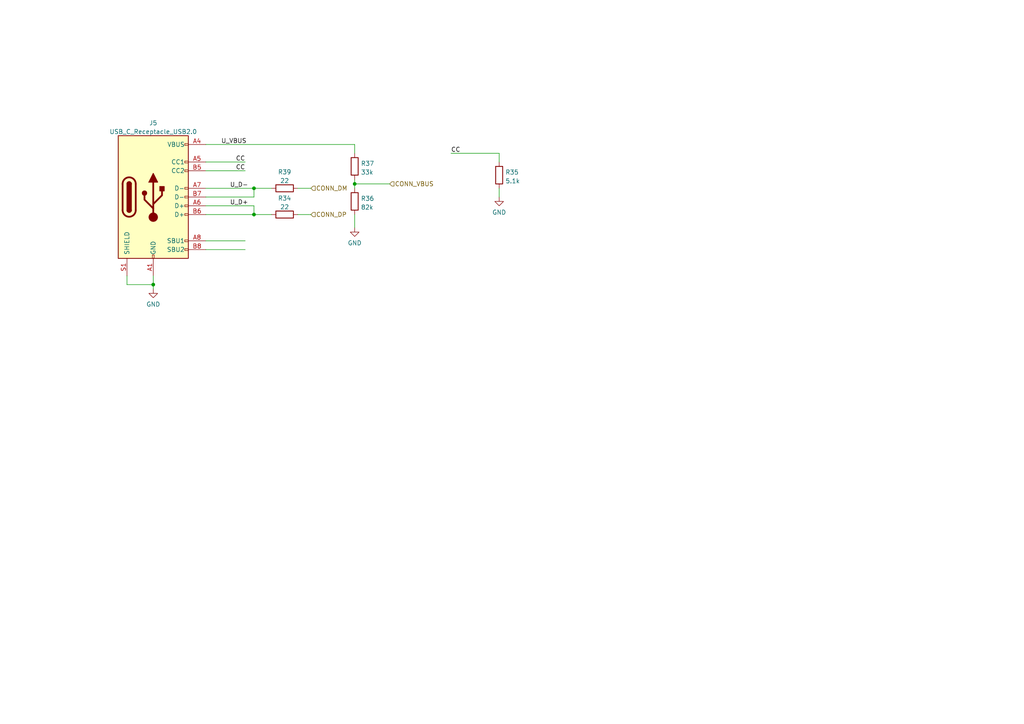
<source format=kicad_sch>
(kicad_sch (version 20211123) (generator eeschema)
  (paper "A4")
  (lib_symbols
    (symbol "Connector:USB_C_Receptacle_USB2.0" (pin_names (offset 1.016))
      (property "Reference" "J" (at -10.16 19.05 0))
      (property "Value" "USB_C_Receptacle_USB2.0" (at 19.05 19.05 0))
      (symbol "USB_C_Receptacle_USB2.0_0_0"
        (rectangle (start -0.254 -17.78) (end 0.254 -16.764))
        (rectangle (start 10.16 -14.986) (end 9.144 -15.494))
        (rectangle (start 10.16 -12.446) (end 9.144 -12.954))
        (rectangle (start 10.16 -4.826) (end 9.144 -5.334))
        (rectangle (start 10.16 -2.286) (end 9.144 -2.794))
        (rectangle (start 10.16 0.254) (end 9.144 -0.254))
        (rectangle (start 10.16 2.794) (end 9.144 2.286))
        (rectangle (start 10.16 7.874) (end 9.144 7.366))
        (rectangle (start 10.16 10.414) (end 9.144 9.906))
        (rectangle (start 10.16 15.494) (end 9.144 14.986))
      )
      (symbol "USB_C_Receptacle_USB2.0_0_1"
        (rectangle (start -10.16 17.78) (end 10.16 -17.78) (stroke (width 0.254)) (fill (type background)))
        (arc (start -8.89 -3.81) (mid -6.985 -5.715) (end -5.08 -3.81) (stroke (width 0.508)))
        (arc (start -7.62 -3.81) (mid -6.985 -4.445) (end -6.35 -3.81) (stroke (width 0.254)))
        (arc (start -7.62 -3.81) (mid -6.985 -4.445) (end -6.35 -3.81) (stroke (width 0.254)) (fill (type outline)))
        (rectangle (start -7.62 -3.81) (end -6.35 3.81) (stroke (width 0.254)) (fill (type outline)))
        (arc (start -6.35 3.81) (mid -6.985 4.445) (end -7.62 3.81) (stroke (width 0.254)))
        (arc (start -6.35 3.81) (mid -6.985 4.445) (end -7.62 3.81) (stroke (width 0.254)) (fill (type outline)))
        (arc (start -5.08 3.81) (mid -6.985 5.715) (end -8.89 3.81) (stroke (width 0.508)))
        (circle (center -2.54 1.143) (radius 0.635) (stroke (width 0.254)) (fill (type outline)))
        (circle (center 0 -5.842) (radius 1.27) (fill (type outline)))
        (polyline (pts (xy -8.89 -3.81) (xy -8.89 3.81)) (stroke (width 0.508)))
        (polyline (pts (xy -5.08 3.81) (xy -5.08 -3.81)) (stroke (width 0.508)))
        (polyline (pts (xy 0 -5.842) (xy 0 4.318)) (stroke (width 0.508)))
        (polyline (pts (xy 0 -3.302) (xy -2.54 -0.762) (xy -2.54 0.508)) (stroke (width 0.508)))
        (polyline (pts (xy 0 -2.032) (xy 2.54 0.508) (xy 2.54 1.778)) (stroke (width 0.508)))
        (polyline (pts (xy -1.27 4.318) (xy 0 6.858) (xy 1.27 4.318) (xy -1.27 4.318)) (stroke (width 0.254)) (fill (type outline)))
        (rectangle (start 1.905 1.778) (end 3.175 3.048) (stroke (width 0.254)) (fill (type outline)))
      )
      (symbol "USB_C_Receptacle_USB2.0_1_1"
        (pin passive line (at 0 -22.86 90) (length 5.08) (name "GND") (number "A1"))
        (pin passive line (at 0 -22.86 90) (length 5.08) hide (name "GND") (number "A12"))
        (pin passive line (at 15.24 15.24 180) (length 5.08) (name "VBUS") (number "A4"))
        (pin bidirectional line (at 15.24 10.16 180) (length 5.08) (name "CC1") (number "A5"))
        (pin bidirectional line (at 15.24 -2.54 180) (length 5.08) (name "D+") (number "A6"))
        (pin bidirectional line (at 15.24 2.54 180) (length 5.08) (name "D-") (number "A7"))
        (pin bidirectional line (at 15.24 -12.7 180) (length 5.08) (name "SBU1") (number "A8"))
        (pin passive line (at 15.24 15.24 180) (length 5.08) hide (name "VBUS") (number "A9"))
        (pin passive line (at 0 -22.86 90) (length 5.08) hide (name "GND") (number "B1"))
        (pin passive line (at 0 -22.86 90) (length 5.08) hide (name "GND") (number "B12"))
        (pin passive line (at 15.24 15.24 180) (length 5.08) hide (name "VBUS") (number "B4"))
        (pin bidirectional line (at 15.24 7.62 180) (length 5.08) (name "CC2") (number "B5"))
        (pin bidirectional line (at 15.24 -5.08 180) (length 5.08) (name "D+") (number "B6"))
        (pin bidirectional line (at 15.24 0 180) (length 5.08) (name "D-") (number "B7"))
        (pin bidirectional line (at 15.24 -15.24 180) (length 5.08) (name "SBU2") (number "B8"))
        (pin passive line (at 15.24 15.24 180) (length 5.08) hide (name "VBUS") (number "B9"))
        (pin passive line (at -7.62 -22.86 90) (length 5.08) (name "SHIELD") (number "S1"))
      )
    )
    (symbol "Device:R" (pin_numbers hide) (pin_names (offset 0))
      (property "Reference" "R" (at 2.032 0 90))
      (property "Value" "R" (at 0 0 90))
      (symbol "R_0_1"
        (rectangle (start -1.016 -2.54) (end 1.016 2.54) (stroke (width 0.254)))
      )
      (symbol "R_1_1"
        (pin passive line (at 0 3.81 270) (length 1.27) (name "~") (number "1"))
        (pin passive line (at 0 -3.81 90) (length 1.27) (name "~") (number "2"))
      )
    )
    (symbol "power:GND" (power) (pin_names (offset 0))
      (property "Value" "GND" (at 0 -3.81 0))
      (symbol "GND_0_1"
        (polyline (pts (xy 0 0) (xy 0 -1.27) (xy 1.27 -1.27) (xy 0 -2.54) (xy -1.27 -1.27) (xy 0 -1.27)))
      )
      (symbol "GND_1_1"
        (pin power_in line (at 0 0 270) (length 0) hide (name "GND") (number "1"))
      )
    )
  )
  (junction (at 73.66 62.23))
  (junction (at 44.45 82.55))
  (junction (at 73.66 54.61))
  (junction (at 102.87 53.34))
  (wire (pts (xy 102.87 53.34) (xy 113.03 53.34)))
  (wire (pts (xy 59.69 62.23) (xy 73.66 62.23)))
  (wire (pts (xy 59.69 46.99) (xy 71.12 46.99)))
  (wire (pts (xy 44.45 82.55) (xy 44.45 83.82)))
  (wire (pts (xy 86.36 62.23) (xy 90.17 62.23)))
  (wire (pts (xy 86.36 54.61) (xy 90.17 54.61)))
  (wire (pts (xy 102.87 62.23) (xy 102.87 66.04)))
  (wire (pts (xy 36.83 82.55) (xy 44.45 82.55)))
  (wire (pts (xy 73.66 57.15) (xy 73.66 54.61)))
  (wire (pts (xy 59.69 72.39) (xy 71.12 72.39)))
  (wire (pts (xy 102.87 52.07) (xy 102.87 53.34)))
  (wire (pts (xy 36.83 80.01) (xy 36.83 82.55)))
  (wire (pts (xy 102.87 41.91) (xy 102.87 44.45)))
  (wire (pts (xy 102.87 53.34) (xy 102.87 54.61)))
  (wire (pts (xy 59.69 54.61) (xy 73.66 54.61)))
  (wire (pts (xy 144.78 54.61) (xy 144.78 57.15)))
  (wire (pts (xy 59.69 59.69) (xy 73.66 59.69)))
  (wire (pts (xy 59.69 69.85) (xy 71.12 69.85)))
  (wire (pts (xy 73.66 59.69) (xy 73.66 62.23)))
  (wire (pts (xy 59.69 41.91) (xy 102.87 41.91)))
  (wire (pts (xy 59.69 49.53) (xy 71.12 49.53)))
  (wire (pts (xy 44.45 80.01) (xy 44.45 82.55)))
  (wire (pts (xy 130.81 44.45) (xy 144.78 44.45)))
  (wire (pts (xy 144.78 44.45) (xy 144.78 46.99)))
  (wire (pts (xy 73.66 54.61) (xy 78.74 54.61)))
  (wire (pts (xy 59.69 57.15) (xy 73.66 57.15)))
  (wire (pts (xy 73.66 62.23) (xy 78.74 62.23)))
  (label "U_VBUS" (at 64.135 41.91 0))
  (label "CC" (at 71.12 46.99 180))
  (label "U_D-" (at 66.675 54.61 0))
  (label "U_D+" (at 66.675 59.69 0))
  (label "CC" (at 130.81 44.45 0))
  (label "CC" (at 71.12 49.53 180))
  (hierarchical_label "CONN_DP" (shape input) (at 90.17 62.23 0))
  (hierarchical_label "CONN_DM" (shape input) (at 90.17 54.61 0))
  (hierarchical_label "CONN_VBUS" (shape input) (at 113.03 53.34 0))
  (symbol (lib_id "Connector:USB_C_Receptacle_USB2.0") (at 44.45 57.15 0) (unit 1)
    (property "Reference" "J5" (at 44.45 35.6702 0))
    (property "Value" "USB_C_Receptacle_USB2.0" (at 44.45 38.2071 0))
    (property "Footprint" "Connector_USB:USB_C_Receptacle_Palconn_UTC16-G" (effects hide))
    (property "Datasheet" "https://datasheet.lcsc.com/lcsc/2204151015_HCTL-HC-TYPE-C-16P-01A-O_C2997434.pdf" (effects hide))
    (property "JLCPCB" "Extended" (effects hide))
    (property "LCSC" "C2997434" (effects hide))
  )
  (symbol (lib_id "power:GND") (at 44.45 83.82 0) (unit 1)
    (property "Reference" "#PWR096" (effects hide))
    (property "Value" "GND" (at 44.45 88.2634 0))
  )
  (symbol (lib_id "Device:R") (at 102.87 58.42 0) (unit 1)
    (property "Reference" "R36" (at 104.648 57.5853 0) (effects (justify left)))
    (property "Value" "82k" (at 104.648 60.1222 0) (effects (justify left)))
    (property "Footprint" "Resistor_SMD:R_0603_1608Metric" (effects hide))
    (property "LCSC" "C23254" (effects hide))
    (property "JLCPCB" "Basic" (effects hide))
  )
  (symbol (lib_id "Device:R") (at 144.78 50.8 0) (unit 1)
    (property "Reference" "R35" (at 146.558 49.9653 0) (effects (justify left)))
    (property "Value" "5.1k" (at 146.558 52.5022 0) (effects (justify left)))
    (property "Footprint" "Resistor_SMD:R_0603_1608Metric" (effects hide))
    (property "JLCPCB" "Basic" (effects hide))
    (property "LCSC" "C23186" (effects hide))
  )
  (symbol (lib_id "power:GND") (at 102.87 66.04 0) (unit 1)
    (property "Reference" "#PWR097" (effects hide))
    (property "Value" "GND" (at 102.87 70.4834 0))
  )
  (symbol (lib_id "Device:R") (at 102.87 48.26 0) (unit 1)
    (property "Reference" "R37" (at 104.648 47.4253 0) (effects (justify left)))
    (property "Value" "33k" (at 104.648 49.9622 0) (effects (justify left)))
    (property "Footprint" "Resistor_SMD:R_0603_1608Metric" (effects hide))
    (property "JLCPCB" "Basic" (effects hide))
    (property "LCSC" "C4216" (effects hide))
  )
  (symbol (lib_id "power:GND") (at 144.78 57.15 0) (unit 1)
    (property "Reference" "#PWR098" (effects hide))
    (property "Value" "GND" (at 144.78 61.5934 0))
  )
  (symbol (lib_id "Device:R") (at 82.55 62.23 90) (unit 1)
    (property "Reference" "R34" (at 82.55 57.5142 90))
    (property "Value" "22" (at 82.55 60.0511 90))
    (property "Footprint" "Resistor_SMD:R_0603_1608Metric" (effects hide))
    (property "LCSC" "C23345" (effects hide))
    (property "JLCPCB" "Basic" (effects hide))
  )
  (symbol (lib_id "Device:R") (at 82.55 54.61 90) (unit 1)
    (property "Reference" "R39" (at 82.55 49.8942 90))
    (property "Value" "22" (at 82.55 52.4311 90))
    (property "Footprint" "Resistor_SMD:R_0603_1608Metric" (effects hide))
    (property "LCSC" "C23345" (effects hide))
    (property "JLCPCB" "Basic" (effects hide))
  )
)
</source>
